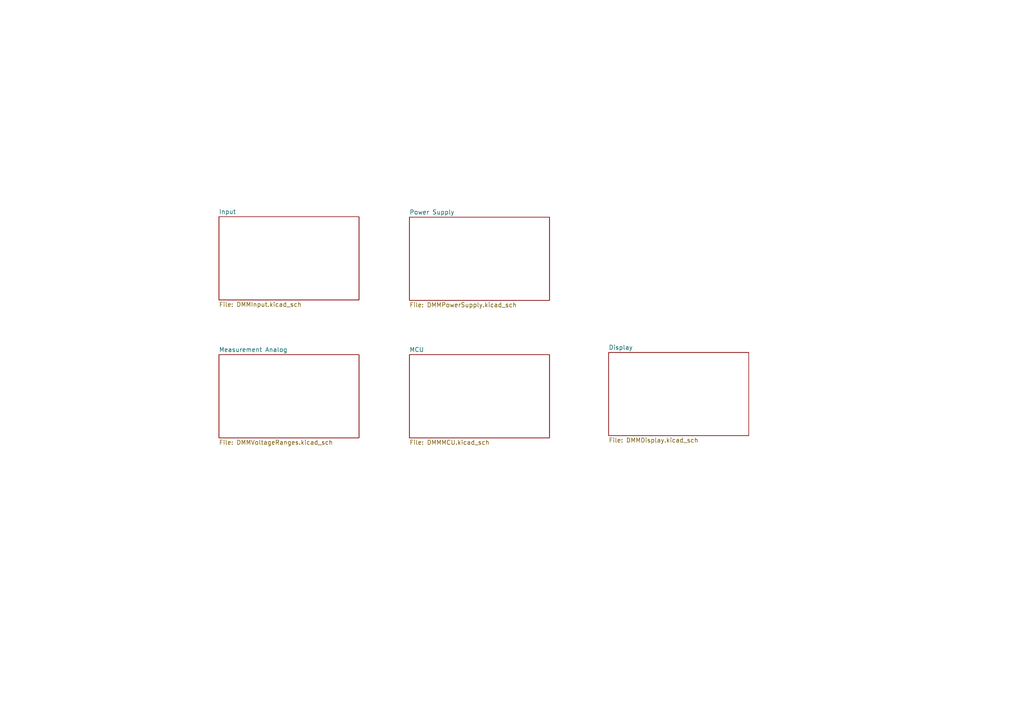
<source format=kicad_sch>
(kicad_sch (version 20230121) (generator eeschema)
  (paper "A4")
  (lib_symbols)
  (sheet (at 176.53 102.235) (size 40.64 24.13) (stroke (width 0.1524))
    (property "Sheetname" "Display" (at 176.53 101.5234 0) (effects (justify left bottom)))
    (property "Sheetfile" "DMMDisplay.kicad_sch" (at 176.53 126.9496 0) (effects (justify left top)))
  )
  (sheet (at 118.745 62.992) (size 40.64 24.13) (stroke (width 0.1524))
    (property "Sheetname" "Power Supply" (at 118.745 62.2804 0) (effects (justify left bottom)))
    (property "Sheetfile" "DMMPowerSupply.kicad_sch" (at 118.745 87.7066 0) (effects (justify left top)))
  )
  (sheet (at 63.5 102.87) (size 40.64 24.13) (stroke (width 0.1524))
    (property "Sheetname" "Measurement Analog" (at 63.5 102.1584 0) (effects (justify left bottom)))
    (property "Sheetfile" "DMMVoltageRanges.kicad_sch" (at 63.5 127.5846 0) (effects (justify left top)))
  )
  (sheet (at 118.745 102.87) (size 40.64 24.13) (stroke (width 0.1524))
    (property "Sheetname" "MCU" (at 118.745 102.1584 0) (effects (justify left bottom)))
    (property "Sheetfile" "DMMMCU.kicad_sch" (at 118.745 127.5846 0) (effects (justify left top)))
  )
  (sheet (at 63.5 62.865) (size 40.64 24.13) (stroke (width 0.1524))
    (property "Sheetname" "Input" (at 63.5 62.1534 0) (effects (justify left bottom)))
    (property "Sheetfile" "DMMInput.kicad_sch" (at 63.5 87.5796 0) (effects (justify left top)))
  )
)
</source>
